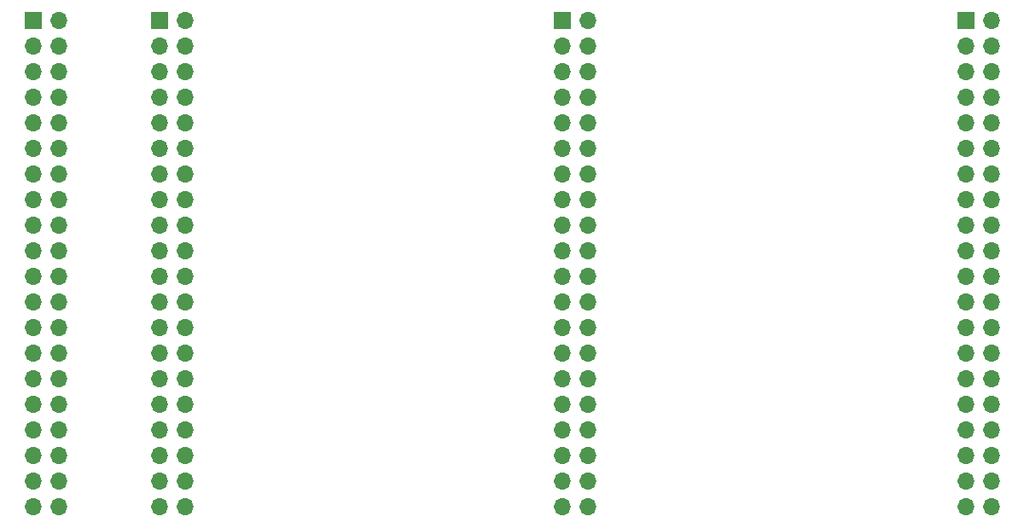
<source format=gbr>
G04 #@! TF.GenerationSoftware,KiCad,Pcbnew,5.1.5+dfsg1-2build2*
G04 #@! TF.CreationDate,2022-01-08T18:27:50+01:00*
G04 #@! TF.ProjectId,open_controler,6f70656e-5f63-46f6-9e74-726f6c65722e,rev?*
G04 #@! TF.SameCoordinates,Original*
G04 #@! TF.FileFunction,Copper,L1,Top*
G04 #@! TF.FilePolarity,Positive*
%FSLAX46Y46*%
G04 Gerber Fmt 4.6, Leading zero omitted, Abs format (unit mm)*
G04 Created by KiCad (PCBNEW 5.1.5+dfsg1-2build2) date 2022-01-08 18:27:50*
%MOMM*%
%LPD*%
G04 APERTURE LIST*
%ADD10R,1.700000X1.700000*%
%ADD11O,1.700000X1.700000*%
G04 APERTURE END LIST*
D10*
X81762600Y-59131200D03*
D11*
X84302600Y-59131200D03*
X81762600Y-61671200D03*
X84302600Y-61671200D03*
X81762600Y-64211200D03*
X84302600Y-64211200D03*
X81762600Y-66751200D03*
X84302600Y-66751200D03*
X81762600Y-69291200D03*
X84302600Y-69291200D03*
X81762600Y-71831200D03*
X84302600Y-71831200D03*
X81762600Y-74371200D03*
X84302600Y-74371200D03*
X81762600Y-76911200D03*
X84302600Y-76911200D03*
X81762600Y-79451200D03*
X84302600Y-79451200D03*
X81762600Y-81991200D03*
X84302600Y-81991200D03*
X81762600Y-84531200D03*
X84302600Y-84531200D03*
X81762600Y-87071200D03*
X84302600Y-87071200D03*
X81762600Y-89611200D03*
X84302600Y-89611200D03*
X81762600Y-92151200D03*
X84302600Y-92151200D03*
X81762600Y-94691200D03*
X84302600Y-94691200D03*
X81762600Y-97231200D03*
X84302600Y-97231200D03*
X81762600Y-99771200D03*
X84302600Y-99771200D03*
X81762600Y-102311200D03*
X84302600Y-102311200D03*
X81762600Y-104851200D03*
X84302600Y-104851200D03*
X81762600Y-107391200D03*
X84302600Y-107391200D03*
X96824800Y-107391200D03*
X94284800Y-107391200D03*
X96824800Y-104851200D03*
X94284800Y-104851200D03*
X96824800Y-102311200D03*
X94284800Y-102311200D03*
X96824800Y-99771200D03*
X94284800Y-99771200D03*
X96824800Y-97231200D03*
X94284800Y-97231200D03*
X96824800Y-94691200D03*
X94284800Y-94691200D03*
X96824800Y-92151200D03*
X94284800Y-92151200D03*
X96824800Y-89611200D03*
X94284800Y-89611200D03*
X96824800Y-87071200D03*
X94284800Y-87071200D03*
X96824800Y-84531200D03*
X94284800Y-84531200D03*
X96824800Y-81991200D03*
X94284800Y-81991200D03*
X96824800Y-79451200D03*
X94284800Y-79451200D03*
X96824800Y-76911200D03*
X94284800Y-76911200D03*
X96824800Y-74371200D03*
X94284800Y-74371200D03*
X96824800Y-71831200D03*
X94284800Y-71831200D03*
X96824800Y-69291200D03*
X94284800Y-69291200D03*
X96824800Y-66751200D03*
X94284800Y-66751200D03*
X96824800Y-64211200D03*
X94284800Y-64211200D03*
X96824800Y-61671200D03*
X94284800Y-61671200D03*
X96824800Y-59131200D03*
D10*
X94284800Y-59131200D03*
D11*
X136855200Y-107391200D03*
X134315200Y-107391200D03*
X136855200Y-104851200D03*
X134315200Y-104851200D03*
X136855200Y-102311200D03*
X134315200Y-102311200D03*
X136855200Y-99771200D03*
X134315200Y-99771200D03*
X136855200Y-97231200D03*
X134315200Y-97231200D03*
X136855200Y-94691200D03*
X134315200Y-94691200D03*
X136855200Y-92151200D03*
X134315200Y-92151200D03*
X136855200Y-89611200D03*
X134315200Y-89611200D03*
X136855200Y-87071200D03*
X134315200Y-87071200D03*
X136855200Y-84531200D03*
X134315200Y-84531200D03*
X136855200Y-81991200D03*
X134315200Y-81991200D03*
X136855200Y-79451200D03*
X134315200Y-79451200D03*
X136855200Y-76911200D03*
X134315200Y-76911200D03*
X136855200Y-74371200D03*
X134315200Y-74371200D03*
X136855200Y-71831200D03*
X134315200Y-71831200D03*
X136855200Y-69291200D03*
X134315200Y-69291200D03*
X136855200Y-66751200D03*
X134315200Y-66751200D03*
X136855200Y-64211200D03*
X134315200Y-64211200D03*
X136855200Y-61671200D03*
X134315200Y-61671200D03*
X136855200Y-59131200D03*
D10*
X134315200Y-59131200D03*
X174294800Y-59131200D03*
D11*
X176834800Y-59131200D03*
X174294800Y-61671200D03*
X176834800Y-61671200D03*
X174294800Y-64211200D03*
X176834800Y-64211200D03*
X174294800Y-66751200D03*
X176834800Y-66751200D03*
X174294800Y-69291200D03*
X176834800Y-69291200D03*
X174294800Y-71831200D03*
X176834800Y-71831200D03*
X174294800Y-74371200D03*
X176834800Y-74371200D03*
X174294800Y-76911200D03*
X176834800Y-76911200D03*
X174294800Y-79451200D03*
X176834800Y-79451200D03*
X174294800Y-81991200D03*
X176834800Y-81991200D03*
X174294800Y-84531200D03*
X176834800Y-84531200D03*
X174294800Y-87071200D03*
X176834800Y-87071200D03*
X174294800Y-89611200D03*
X176834800Y-89611200D03*
X174294800Y-92151200D03*
X176834800Y-92151200D03*
X174294800Y-94691200D03*
X176834800Y-94691200D03*
X174294800Y-97231200D03*
X176834800Y-97231200D03*
X174294800Y-99771200D03*
X176834800Y-99771200D03*
X174294800Y-102311200D03*
X176834800Y-102311200D03*
X174294800Y-104851200D03*
X176834800Y-104851200D03*
X174294800Y-107391200D03*
X176834800Y-107391200D03*
M02*

</source>
